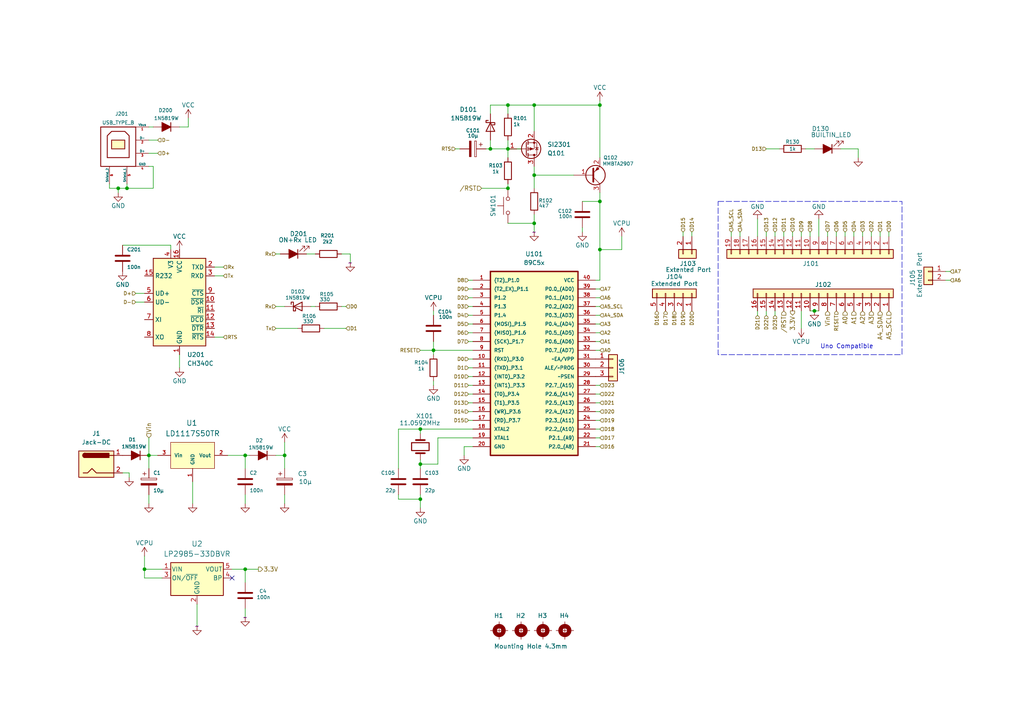
<source format=kicad_sch>
(kicad_sch (version 20231120) (generator "eeschema") (generator_version "8.0")
  (paper "A4")
  (title_block (title "Ardui89 Uno 5X") (date "2025-03-06") (rev "1") (company "C. BARBATO") (comment 1 "A892502"))
  (junction (at 43.18 132.08))
  (junction (at 236.22 90.17))
  (junction (at 125.73 101.6))
  (junction (at 147.32 30.48))
  (junction (at 147.32 43.18))
  (junction (at 173.99 30.48))
  (junction (at 121.92 144.78))
  (junction (at 154.94 64.77))
  (junction (at 173.99 58.42))
  (junction (at 154.94 50.8))
  (junction (at 41.91 165.1))
  (junction (at 71.12 132.08))
  (junction (at 142.24 43.18))
  (junction (at 121.92 134.62))
  (junction (at 82.55 132.08))
  (junction (at 121.92 124.46))
  (junction (at 71.12 165.1))
  (junction (at 34.29 54.61))
  (junction (at 36.83 54.61))
  (junction (at 154.94 30.48))
  (junction (at 173.99 72.39))
  (junction (at 147.32 54.61))
  (no_connect (at 67.31 167.64))
  (wire (pts (xy 71.12 143.51) (xy 71.12 146.05)))
  (wire (pts (xy 43.18 132.08) (xy 43.18 135.89)))
  (wire (pts (xy 125.73 110.49) (xy 125.73 111.76)))
  (wire (pts (xy 198.12 68.58) (xy 198.12 67.31)))
  (wire (pts (xy 154.94 30.48) (xy 173.99 30.48)))
  (wire (pts (xy 173.99 93.98) (xy 172.72 93.98)))
  (wire (pts (xy 132.08 43.18) (xy 133.35 43.18)))
  (wire (pts (xy 115.57 124.46) (xy 121.92 124.46)))
  (wire (pts (xy 242.57 67.31) (xy 242.57 68.58)))
  (wire (pts (xy 173.99 83.82) (xy 172.72 83.82)))
  (wire (pts (xy 252.73 67.31) (xy 252.73 68.58)))
  (wire (pts (xy 135.89 106.68) (xy 137.16 106.68)))
  (wire (pts (xy 173.99 88.9) (xy 172.72 88.9)))
  (wire (pts (xy 173.99 30.48) (xy 173.99 45.72)))
  (wire (pts (xy 154.94 30.48) (xy 154.94 38.1)))
  (wire (pts (xy 173.99 101.6) (xy 172.72 101.6)))
  (wire (pts (xy 121.92 133.35) (xy 121.92 134.62)))
  (wire (pts (xy 39.37 85.09) (xy 41.91 85.09)))
  (wire (pts (xy 41.91 161.29) (xy 41.91 165.1)))
  (wire (pts (xy 240.03 67.31) (xy 240.03 68.58)))
  (wire (pts (xy 173.99 96.52) (xy 172.72 96.52)))
  (wire (pts (xy 43.18 44.45) (xy 45.72 44.45)))
  (wire (pts (xy 121.92 143.51) (xy 121.92 144.78)))
  (wire (pts (xy 37.465 138.43) (xy 37.465 137.16)))
  (wire (pts (xy 219.71 63.5) (xy 219.71 68.58)))
  (wire (pts (xy 90.17 88.9) (xy 91.44 88.9)))
  (wire (pts (xy 250.19 67.31) (xy 250.19 68.58)))
  (wire (pts (xy 62.23 97.79) (xy 64.77 97.79)))
  (wire (pts (xy 36.83 54.61) (xy 44.45 54.61)))
  (wire (pts (xy 147.32 30.48) (xy 147.32 33.02)))
  (wire (pts (xy 233.68 43.18) (xy 236.22 43.18)))
  (wire (pts (xy 41.91 167.64) (xy 41.91 165.1)))
  (wire (pts (xy 219.71 91.44) (xy 219.71 90.17)))
  (wire (pts (xy 43.18 48.26) (xy 44.45 48.26)))
  (wire (pts (xy 125.73 90.17) (xy 125.73 91.44)))
  (wire (pts (xy 247.65 67.31) (xy 247.65 68.58)))
  (wire (pts (xy 121.92 134.62) (xy 121.92 135.89)))
  (wire (pts (xy 80.01 95.25) (xy 86.36 95.25)))
  (wire (pts (xy 245.11 67.31) (xy 245.11 68.58)))
  (wire (pts (xy 147.32 43.18) (xy 151.13 43.18)))
  (wire (pts (xy 71.12 176.53) (xy 71.12 179.07)))
  (wire (pts (xy 101.6 73.66) (xy 99.06 73.66)))
  (wire (pts (xy 121.92 134.62) (xy 127 134.62)))
  (wire (pts (xy 115.57 144.78) (xy 115.57 143.51)))
  (wire (pts (xy 147.32 45.72) (xy 147.32 43.18)))
  (wire (pts (xy 34.29 55.88) (xy 34.29 54.61)))
  (wire (pts (xy 43.18 127) (xy 43.18 132.08)))
  (wire (pts (xy 232.41 67.31) (xy 232.41 68.58)))
  (wire (pts (xy 71.12 132.08) (xy 72.39 132.08)))
  (wire (pts (xy 173.99 99.06) (xy 172.72 99.06)))
  (wire (pts (xy 180.34 72.39) (xy 173.99 72.39)))
  (wire (pts (xy 137.16 114.3) (xy 135.89 114.3)))
  (wire (pts (xy 91.44 73.66) (xy 88.9 73.66)))
  (wire (pts (xy 121.92 144.78) (xy 121.92 147.32)))
  (wire (pts (xy 135.89 93.98) (xy 137.16 93.98)))
  (wire (pts (xy 237.49 63.5) (xy 237.49 68.58)))
  (wire (pts (xy 121.92 124.46) (xy 137.16 124.46)))
  (wire (pts (xy 49.53 71.12) (xy 49.53 72.39)))
  (wire (pts (xy 200.66 68.58) (xy 200.66 67.31)))
  (wire (pts (xy 214.63 67.31) (xy 214.63 68.58)))
  (wire (pts (xy 101.6 73.66) (xy 101.6 76.2)))
  (wire (pts (xy 142.24 30.48) (xy 147.32 30.48)))
  (wire (pts (xy 125.73 101.6) (xy 125.73 102.87)))
  (wire (pts (xy 62.23 77.47) (xy 64.77 77.47)))
  (wire (pts (xy 212.09 67.31) (xy 212.09 68.58)))
  (wire (pts (xy 43.18 36.83) (xy 44.45 36.83)))
  (wire (pts (xy 46.99 167.64) (xy 41.91 167.64)))
  (wire (pts (xy 35.56 71.12) (xy 49.53 71.12)))
  (wire (pts (xy 82.55 135.89) (xy 82.55 132.08)))
  (wire (pts (xy 45.72 40.64) (xy 43.18 40.64)))
  (wire (pts (xy 135.89 104.14) (xy 137.16 104.14)))
  (wire (pts (xy 142.24 33.02) (xy 142.24 30.48)))
  (wire (pts (xy 67.31 165.1) (xy 71.12 165.1)))
  (wire (pts (xy 66.04 132.08) (xy 71.12 132.08)))
  (wire (pts (xy 173.99 55.88) (xy 173.99 58.42)))
  (wire (pts (xy 125.73 99.06) (xy 125.73 101.6)))
  (wire (pts (xy 248.92 45.72) (xy 248.92 43.18)))
  (wire (pts (xy 121.92 144.78) (xy 115.57 144.78)))
  (wire (pts (xy 173.99 121.92) (xy 172.72 121.92)))
  (wire (pts (xy 147.32 30.48) (xy 154.94 30.48)))
  (wire (pts (xy 173.99 114.3) (xy 172.72 114.3)))
  (wire (pts (xy 154.94 50.8) (xy 154.94 54.61)))
  (wire (pts (xy 37.465 137.16) (xy 35.56 137.16)))
  (wire (pts (xy 137.16 116.84) (xy 135.89 116.84)))
  (wire (pts (xy 135.89 86.36) (xy 137.16 86.36)))
  (wire (pts (xy 135.89 81.28) (xy 137.16 81.28)))
  (wire (pts (xy 134.62 129.54) (xy 134.62 132.08)))
  (wire (pts (xy 134.62 129.54) (xy 137.16 129.54)))
  (wire (pts (xy 135.89 99.06) (xy 137.16 99.06)))
  (wire (pts (xy 173.99 29.21) (xy 173.99 30.48)))
  (wire (pts (xy 173.99 81.28) (xy 172.72 81.28)))
  (wire (pts (xy 139.7 54.61) (xy 147.32 54.61)))
  (wire (pts (xy 137.16 127) (xy 127 127)))
  (wire (pts (xy 168.91 66.04) (xy 168.91 67.31)))
  (wire (pts (xy 137.16 121.92) (xy 135.89 121.92)))
  (wire (pts (xy 31.75 54.61) (xy 34.29 54.61)))
  (wire (pts (xy 55.88 146.05) (xy 55.88 139.7)))
  (wire (pts (xy 274.32 81.28) (xy 275.59 81.28)))
  (wire (pts (xy 222.25 68.58) (xy 222.25 67.31)))
  (wire (pts (xy 82.55 88.9) (xy 80.01 88.9)))
  (wire (pts (xy 173.99 86.36) (xy 172.72 86.36)))
  (wire (pts (xy 173.99 129.54) (xy 172.72 129.54)))
  (wire (pts (xy 99.06 88.9) (xy 100.33 88.9)))
  (wire (pts (xy 127 127) (xy 127 134.62)))
  (wire (pts (xy 71.12 165.1) (xy 74.93 165.1)))
  (wire (pts (xy 43.18 132.08) (xy 45.72 132.08)))
  (wire (pts (xy 147.32 54.61) (xy 147.32 53.34)))
  (wire (pts (xy 154.94 64.77) (xy 154.94 67.31)))
  (wire (pts (xy 257.81 67.31) (xy 257.81 68.58)))
  (wire (pts (xy 52.07 102.87) (xy 52.07 106.68)))
  (wire (pts (xy 248.92 43.18) (xy 243.84 43.18)))
  (wire (pts (xy 115.57 135.89) (xy 115.57 124.46)))
  (wire (pts (xy 82.55 128.27) (xy 82.55 132.08)))
  (wire (pts (xy 43.18 143.51) (xy 43.18 146.05)))
  (wire (pts (xy 180.34 68.58) (xy 180.34 72.39)))
  (wire (pts (xy 236.22 90.17) (xy 237.49 90.17)))
  (wire (pts (xy 142.24 43.18) (xy 147.32 43.18)))
  (wire (pts (xy 227.33 68.58) (xy 227.33 67.31)))
  (wire (pts (xy 173.99 119.38) (xy 172.72 119.38)))
  (wire (pts (xy 222.25 91.44) (xy 222.25 90.17)))
  (wire (pts (xy 57.15 175.26) (xy 57.15 181.61)))
  (wire (pts (xy 137.16 88.9) (xy 135.89 88.9)))
  (wire (pts (xy 142.24 40.64) (xy 142.24 43.18)))
  (wire (pts (xy 31.75 53.34) (xy 31.75 54.61)))
  (wire (pts (xy 137.16 119.38) (xy 135.89 119.38)))
  (wire (pts (xy 224.79 68.58) (xy 224.79 67.31)))
  (wire (pts (xy 234.95 90.17) (xy 236.22 90.17)))
  (wire (pts (xy 54.61 34.29) (xy 54.61 36.83)))
  (wire (pts (xy 36.83 53.34) (xy 36.83 54.61)))
  (wire (pts (xy 39.37 87.63) (xy 41.91 87.63)))
  (wire (pts (xy 52.07 36.83) (xy 54.61 36.83)))
  (wire (pts (xy 226.06 43.18) (xy 222.25 43.18)))
  (wire (pts (xy 154.94 48.26) (xy 154.94 50.8)))
  (wire (pts (xy 82.55 143.51) (xy 82.55 146.05)))
  (wire (pts (xy 137.16 111.76) (xy 135.89 111.76)))
  (wire (pts (xy 229.87 67.31) (xy 229.87 68.58)))
  (wire (pts (xy 125.73 101.6) (xy 137.16 101.6)))
  (wire (pts (xy 234.95 67.31) (xy 234.95 68.58)))
  (wire (pts (xy 34.29 54.61) (xy 36.83 54.61)))
  (wire (pts (xy 154.94 50.8) (xy 166.37 50.8)))
  (wire (pts (xy 44.45 48.26) (xy 44.45 54.61)))
  (wire (pts (xy 224.79 91.44) (xy 224.79 90.17)))
  (wire (pts (xy 135.89 83.82) (xy 137.16 83.82)))
  (wire (pts (xy 121.92 101.6) (xy 125.73 101.6)))
  (wire (pts (xy 154.94 62.23) (xy 154.94 64.77)))
  (wire (pts (xy 274.32 78.74) (xy 275.59 78.74)))
  (wire (pts (xy 173.99 58.42) (xy 173.99 72.39)))
  (wire (pts (xy 41.91 165.1) (xy 46.99 165.1)))
  (wire (pts (xy 147.32 64.77) (xy 154.94 64.77)))
  (wire (pts (xy 62.23 80.01) (xy 64.77 80.01)))
  (wire (pts (xy 71.12 132.08) (xy 71.12 135.89)))
  (wire (pts (xy 168.91 58.42) (xy 173.99 58.42)))
  (wire (pts (xy 173.99 116.84) (xy 172.72 116.84)))
  (wire (pts (xy 80.01 73.66) (xy 81.28 73.66)))
  (wire (pts (xy 82.55 132.08) (xy 80.01 132.08)))
  (wire (pts (xy 140.97 43.18) (xy 142.24 43.18)))
  (wire (pts (xy 173.99 127) (xy 172.72 127)))
  (wire (pts (xy 135.89 96.52) (xy 137.16 96.52)))
  (wire (pts (xy 232.41 90.17) (xy 232.41 95.25)))
  (wire (pts (xy 147.32 40.64) (xy 147.32 43.18)))
  (wire (pts (xy 135.89 91.44) (xy 137.16 91.44)))
  (wire (pts (xy 93.98 95.25) (xy 100.33 95.25)))
  (wire (pts (xy 71.12 165.1) (xy 71.12 168.91)))
  (wire (pts (xy 173.99 91.44) (xy 172.72 91.44)))
  (wire (pts (xy 173.99 111.76) (xy 172.72 111.76)))
  (wire (pts (xy 135.89 109.22) (xy 137.16 109.22)))
  (wire (pts (xy 255.27 67.31) (xy 255.27 68.58)))
  (wire (pts (xy 121.92 125.73) (xy 121.92 124.46)))
  (wire (pts (xy 173.99 72.39) (xy 173.99 81.28)))
  (wire (pts (xy 173.99 124.46) (xy 172.72 124.46)))
  (rectangle (start 208.28 58.42) (end 261.62 102.87) (stroke (width 0) (type dash)))
  (text "Uno Compatible" (at 245.618 100.584 0) (effects (font (size 1.27 1.27))))
  (hierarchical_label "A5_SCL" (shape input) (at 173.99 88.9 0) (effects (font (size 1.016 1.016))))
  (hierarchical_label "{slash}RST" (shape input) (at 227.33 90.17 270))
  (hierarchical_label "D7" (shape input) (at 240.03 67.31 90) (effects (font (size 1.016 1.016))))
  (hierarchical_label "D16" (shape input) (at 190.5 90.17 270) (effects (font (size 1.016 1.016))))
  (hierarchical_label "D8" (shape input) (at 234.95 67.31 90) (effects (font (size 1.016 1.016))))
  (hierarchical_label "A3" (shape input) (at 252.73 90.17 270))
  (hierarchical_label "D6" (shape input) (at 242.57 67.31 90) (effects (font (size 1.016 1.016))))
  (hierarchical_label "D14" (shape input) (at 135.89 119.38 180) (effects (font (size 1.016 1.016))))
  (hierarchical_label "D+" (shape input) (at 45.72 44.45 0) (effects (font (size 1.016 1.016))))
  (hierarchical_label "D19" (shape input) (at 198.12 90.17 270) (effects (font (size 1.016 1.016))))
  (hierarchical_label "Tx" (shape input) (at 80.01 95.25 180) (effects (font (size 1.016 1.016))))
  (hierarchical_label "D4" (shape input) (at 247.65 67.31 90) (effects (font (size 1.016 1.016))))
  (hierarchical_label "A6" (shape input) (at 275.59 81.28 0) (effects (font (size 1.016 1.016))))
  (hierarchical_label "D3" (shape input) (at 250.19 67.31 90) (effects (font (size 1.016 1.016))))
  (hierarchical_label "D23" (shape input) (at 173.99 111.76 0) (effects (font (size 1.016 1.016))))
  (hierarchical_label "D23" (shape input) (at 224.79 91.44 270) (effects (font (size 1.016 1.016))))
  (hierarchical_label "D2" (shape input) (at 252.73 67.31 90) (effects (font (size 1.016 1.016))))
  (hierarchical_label "D13" (shape input) (at 222.25 43.18 180) (effects (font (size 1.016 1.016))))
  (hierarchical_label "D10" (shape input) (at 135.89 109.22 180) (effects (font (size 1.016 1.016))))
  (hierarchical_label "D11" (shape input) (at 135.89 111.76 180) (effects (font (size 1.016 1.016))))
  (hierarchical_label "D21" (shape input) (at 173.99 116.84 0) (effects (font (size 1.016 1.016))))
  (hierarchical_label "D+" (shape input) (at 39.37 85.09 180) (effects (font (size 1.016 1.016))))
  (hierarchical_label "D-" (shape input) (at 45.72 40.64 0) (effects (font (size 1.016 1.016))))
  (hierarchical_label "D22" (shape input) (at 173.99 114.3 0) (effects (font (size 1.016 1.016))))
  (hierarchical_label "D9" (shape input) (at 232.41 67.31 90) (effects (font (size 1.016 1.016))))
  (hierarchical_label "D1" (shape input) (at 135.89 106.68 180) (effects (font (size 1.016 1.016))))
  (hierarchical_label "A5_SCL" (shape input) (at 257.81 90.17 270))
  (hierarchical_label "RTS" (shape input) (at 132.08 43.18 180) (effects (font (size 1.016 1.016))))
  (hierarchical_label "{slash}RST" (shape input) (at 139.7 54.61 180))
  (hierarchical_label "D10" (shape input) (at 229.87 67.31 90) (effects (font (size 1.016 1.016))))
  (hierarchical_label "Tx" (shape input) (at 64.77 80.01 0) (effects (font (size 1.016 1.016))))
  (hierarchical_label "A1" (shape input) (at 247.65 90.17 270))
  (hierarchical_label "D12" (shape input) (at 135.89 114.3 180) (effects (font (size 1.016 1.016))))
  (hierarchical_label "D19" (shape input) (at 173.99 121.92 0) (effects (font (size 1.016 1.016))))
  (hierarchical_label "D11" (shape input) (at 227.33 67.31 90) (effects (font (size 1.016 1.016))))
  (hierarchical_label "A7" (shape input) (at 173.99 83.82 0) (effects (font (size 1.016 1.016))))
  (hierarchical_label "D12" (shape input) (at 224.79 67.31 90) (effects (font (size 1.016 1.016))))
  (hierarchical_label "Vin" (shape input) (at 240.03 90.17 270))
  (hierarchical_label "D17" (shape input) (at 173.99 127 0) (effects (font (size 1.016 1.016))))
  (hierarchical_label "D0" (shape input) (at 257.81 67.31 90) (effects (font (size 1.016 1.016))))
  (hierarchical_label "RTS" (shape input) (at 64.77 97.79 0) (effects (font (size 1.016 1.016))))
  (hierarchical_label "A0" (shape input) (at 173.99 101.6 0) (effects (font (size 1.016 1.016))))
  (hierarchical_label "A4_SDA" (shape input) (at 173.99 91.44 0) (effects (font (size 1.016 1.016))))
  (hierarchical_label "D20" (shape input) (at 173.99 119.38 0) (effects (font (size 1.016 1.016))))
  (hierarchical_label "D9" (shape input) (at 135.89 83.82 180) (effects (font (size 1.016 1.016))))
  (hierarchical_label "D0" (shape input) (at 100.33 88.9 0) (effects (font (size 1.016 1.016))))
  (hierarchical_label "D7" (shape input) (at 135.89 99.06 180) (effects (font (size 1.016 1.016))))
  (hierarchical_label "D1" (shape input) (at 100.33 95.25 0) (effects (font (size 1.016 1.016))))
  (hierarchical_label "D13" (shape input) (at 222.25 67.31 90) (effects (font (size 1.016 1.016))))
  (hierarchical_label "3.3V" (shape output) (at 74.93 165.1 0))
  (hierarchical_label "3.3V" (shape output) (at 229.87 90.17 270))
  (hierarchical_label "D21" (shape input) (at 219.71 91.44 270) (effects (font (size 1.016 1.016))))
  (hierarchical_label "A0" (shape input) (at 245.11 90.17 270))
  (hierarchical_label "D16" (shape input) (at 173.99 129.54 0) (effects (font (size 1.016 1.016))))
  (hierarchical_label "D1" (shape input) (at 255.27 67.31 90) (effects (font (size 1.016 1.016))))
  (hierarchical_label "A5_SCL" (shape input) (at 212.09 67.31 90) (effects (font (size 1.016 1.016))))
  (hierarchical_label "RESET" (shape input) (at 242.57 90.17 270) (effects (font (size 1.016 1.016))))
  (hierarchical_label "A4_SDA" (shape input) (at 214.63 67.31 90) (effects (font (size 1.016 1.016))))
  (hierarchical_label "D20" (shape input) (at 200.66 90.17 270) (effects (font (size 1.016 1.016))))
  (hierarchical_label "A2" (shape input) (at 250.19 90.17 270))
  (hierarchical_label "D18" (shape input) (at 195.58 90.17 270) (effects (font (size 1.016 1.016))))
  (hierarchical_label "D6" (shape input) (at 135.89 96.52 180) (effects (font (size 1.016 1.016))))
  (hierarchical_label "D5" (shape input) (at 135.89 93.98 180) (effects (font (size 1.016 1.016))))
  (hierarchical_label "D5" (shape input) (at 245.11 67.31 90) (effects (font (size 1.016 1.016))))
  (hierarchical_label "A1" (shape input) (at 173.99 99.06 0) (effects (font (size 1.016 1.016))))
  (hierarchical_label "Rx" (shape input) (at 64.77 77.47 0) (effects (font (size 1.016 1.016))))
  (hierarchical_label "D2" (shape input) (at 135.89 86.36 180) (effects (font (size 1.016 1.016))))
  (hierarchical_label "D3" (shape input) (at 135.89 88.9 180) (effects (font (size 1.016 1.016))))
  (hierarchical_label "D18" (shape input) (at 173.99 124.46 0) (effects (font (size 1.016 1.016))))
  (hierarchical_label "Vin" (shape input) (at 43.18 127 90))
  (hierarchical_label "D17" (shape input) (at 193.04 90.17 270) (effects (font (size 1.016 1.016))))
  (hierarchical_label "D8" (shape input) (at 135.89 81.28 180) (effects (font (size 1.016 1.016))))
  (hierarchical_label "D15" (shape input) (at 198.12 67.31 90) (effects (font (size 1.016 1.016))))
  (hierarchical_label "A3" (shape input) (at 173.99 93.98 0) (effects (font (size 1.016 1.016))))
  (hierarchical_label "D22" (shape input) (at 222.25 91.44 270) (effects (font (size 1.016 1.016))))
  (hierarchical_label "D15" (shape input) (at 135.89 121.92 180) (effects (font (size 1.016 1.016))))
  (hierarchical_label "D13" (shape input) (at 135.89 116.84 180) (effects (font (size 1.016 1.016))))
  (hierarchical_label "Rx" (shape input) (at 80.01 73.66 180) (effects (font (size 1.016 1.016))))
  (hierarchical_label "D14" (shape input) (at 200.66 67.31 90) (effects (font (size 1.016 1.016))))
  (hierarchical_label "A7" (shape input) (at 275.59 78.74 0) (effects (font (size 1.016 1.016))))
  (hierarchical_label "Rx" (shape input) (at 80.01 88.9 180) (effects (font (size 1.016 1.016))))
  (hierarchical_label "A6" (shape input) (at 173.99 86.36 0) (effects (font (size 1.016 1.016))))
  (hierarchical_label "D-" (shape input) (at 39.37 87.63 180) (effects (font (size 1.016 1.016))))
  (hierarchical_label "A2" (shape input) (at 173.99 96.52 0) (effects (font (size 1.016 1.016))))
  (hierarchical_label "A4_SDA" (shape input) (at 255.27 90.17 270))
  (hierarchical_label "D4" (shape input) (at 135.89 91.44 180) (effects (font (size 1.016 1.016))))
  (hierarchical_label "RESET" (shape input) (at 121.92 101.6 180) (effects (font (size 1.016 1.016))))
  (hierarchical_label "D0" (shape input) (at 135.89 104.14 180) (effects (font (size 1.016 1.016))))
  (symbol (lib_id "Connector_Generic:Conn_01x02") (at 200.66 73.66 270) (unit 1)
    (property "Reference" "J103" (at 197.104 76.454 90) (effects (justify left)))
    (property "Value" "Extented Port" (at 193.04 78.232 90) (effects (justify left)))
    (property "Footprint" "Connector_PinSocket_2.54mm:PinSocket_1x02_P2.54mm_Vertical" (effects (hide yes)))
    (property "Description" "Generic connector, single row, 01x02, script generated (kicad-library-utils/schlib/autogen/connector/)" (effects (hide yes)))
  )
  (symbol (lib_id "power:GND") (at 134.62 132.08 0) (unit 1)
    (property "Reference" "#PWR0202" (effects (hide yes)))
    (property "Value" "GND" (at 134.62 135.89 0))
  )
  (symbol (lib_id "power:VCC") (at 173.99 29.21 0) (unit 1)
    (property "Reference" "#PWR0102" (effects (hide yes)))
    (property "Value" "VCC" (at 173.99 25.4 0))
  )
  (symbol (lib_id "Connector_Generic:Conn_01x05") (at 195.58 85.09 270) (mirror x) (unit 1)
    (property "Reference" "J104" (at 195.58 80.264 90))
    (property "Value" "Extended Port" (at 195.58 82.296 90))
    (property "Footprint" "Connector_PinSocket_2.54mm:PinSocket_1x05_P2.54mm_Vertical" (effects (hide yes)))
    (property "Description" "Generic connector, single row, 01x05, script generated (kicad-library-utils/schlib/autogen/connector/)" (effects (hide yes)))
  )
  (symbol (lib_name "MountingHole_1") (lib_id "Mechanical:MountingHole") (at 157.48 182.88 0) (unit 1)
    (property "Reference" "H3" (at 155.956 178.562 0) (effects (justify left)))
    (property "Value" "MountingHole" (effects (hide yes)))
    (property "Footprint" "MountingHole:MountingHole_4.3mm_M4_DIN965" (effects (hide yes)))
  )
  (symbol (lib_id "Device:C_Polarized") (at 137.16 43.18 270) (unit 1)
    (property "Reference" "C101" (at 135.128 37.846 90) (effects (font (size 1.016 1.016)) (justify left)))
    (property "Value" "10µ" (at 135.636 39.37 90) (effects (font (size 1.016 1.016)) (justify left)))
    (property "Footprint" "BACKCIEL:C_1206_POL_3216Metric_Pad1.33x1.80mm_HandSolder" (effects (hide yes)))
  )
  (symbol (lib_id "Device:C") (at 71.12 172.72 0) (unit 1)
    (property "Reference" "C4" (at 75.184 171.45 0) (effects (font (size 1.016 1.016)) (justify left)))
    (property "Value" "100n" (at 74.422 173.228 0) (effects (font (size 1.016 1.016)) (justify left)))
    (property "Footprint" "Capacitor_SMD:C_1206_3216Metric_Pad1.33x1.80mm_HandSolder" (effects (hide yes)))
    (property "Datasheet" "http://product.tdk.com/en/catalog/datasheets/mlcc_commercial_general_en.pdf" (effects (hide yes)))
    (property "Description" "2.2uF 3V3 LDO Output Cap" (effects (hide yes)))
    (property "Characteristics" "CAP CER 2.2UF 16V X7R 0805" (effects (hide yes)))
    (property "MFN" "TDK Corporation" (effects (hide yes)))
    (property "Package ID" "SMD_0805" (effects (hide yes)))
    (property "Source" "ANY" (effects (hide yes)))
    (property "Critical" "Y" (effects (hide yes)))
    (property "Subsystem" "Voltage_Mgmt" (effects (hide yes)))
    (property "Notes" "Must be between 0.001 and 1Ω ESR" (effects (hide yes)))
    (property "MPN" "C2012X7R1C225K125AB" (effects (hide yes)))
  )
  (symbol (lib_id "Transistor_FET:Si2319CDS") (at 152.4 43.18 0) (mirror x) (unit 1)
    (property "Reference" "Q101" (at 158.75 44.4501 0) (effects (justify left)))
    (property "Value" "SI2301" (at 158.75 41.9101 0) (effects (justify left)))
    (property "Footprint" "Package_TO_SOT_SMD:SOT-23" (effects (hide yes)))
    (property "Datasheet" "http://www.vishay.com/docs/66709/si2319cd.pdf" (effects (hide yes)))
    (property "Description" "-4.4A Id, -40V Vds, P-Channel MOSFET, SOT-23" (effects (hide yes)))
  )
  (symbol (lib_id "Device:R") (at 229.87 43.18 270) (unit 1)
    (property "Reference" "R130" (at 229.87 41.148 90) (effects (font (size 1.016 1.016))))
    (property "Value" "1k" (at 229.87 43.18 90) (effects (font (size 1.016 1.016))))
    (property "Footprint" "Resistor_SMD:R_1206_3216Metric_Pad1.30x1.75mm_HandSolder" (effects (hide yes)))
    (property "Datasheet" "http://www.yageo.com/pdf/Pu-RC0805_51_PbFree_L_2.pdf" (effects (hide yes)))
    (property "Description" "Power On LED Resistor" (effects (hide yes)))
    (property "Characteristics" "RESISTOR, METAL GLAZE/THICK FILM, 0.125W, 1%, 100ppm, 510ohm, SURFACE MOUNT, 0805" (effects (hide yes)))
    (property "MFN" "Yageo" (effects (hide yes)))
    (property "Package ID" "SMD_0805" (effects (hide yes)))
    (property "Source" "ANY" (effects (hide yes)))
    (property "Critical" "N" (effects (hide yes)))
    (property "Subsystem" "Voltage_Reg" (effects (hide yes)))
    (property "MPN" "RC0805FR-07510RL" (effects (hide yes)))
  )
  (symbol (lib_id "power:VCC") (at 54.61 34.29 0) (unit 1)
    (property "Reference" "#PWR01" (effects (hide yes)))
    (property "Value" "VCC" (at 54.61 30.48 0))
  )
  (symbol (lib_id "power:GND") (at 168.91 67.31 0) (unit 1)
    (property "Reference" "#PWR021" (effects (hide yes)))
    (property "Value" "GND" (at 168.91 71.12 0))
  )
  (symbol (lib_id "Arduino_Uno_R3_From_Scratch-rescue:GND-power") (at 154.94 67.31 0) (unit 1)
    (property "Reference" "#PWR0104" (effects (hide yes)))
    (property "Value" "GND" (effects (hide yes)))
    (property "Footprint" "~" (at 154.94 67.31 0) (effects (font (size 1.524 1.524))))
    (property "Datasheet" "~" (at 154.94 67.31 0) (effects (font (size 1.524 1.524))))
    (property "Source" "ANY" (effects (hide yes)))
    (property "Critical" "N" (effects (hide yes)))
  )
  (symbol (lib_id "Arduino_Uno_R3_From_Scratch-rescue:GND-power") (at 71.12 179.07 0) (unit 1)
    (property "Reference" "#PWR017" (effects (hide yes)))
    (property "Value" "GND" (effects (hide yes)))
    (property "Footprint" "~" (at 71.12 179.07 0) (effects (font (size 1.524 1.524))))
    (property "Datasheet" "~" (at 71.12 179.07 0) (effects (font (size 1.524 1.524))))
    (property "Source" "ANY" (effects (hide yes)))
    (property "Critical" "N" (effects (hide yes)))
  )
  (symbol (lib_id "Arduino_Uno_R3_From_Scratch:USB_TYPE_B") (at 34.29 41.91 0) (unit 1)
    (property "Reference" "J201" (at 35.306 33.02 0) (effects (font (size 1.016 1.016))))
    (property "Value" "USB_TYPE_B" (at 34.29 35.56 0) (effects (font (size 1.016 1.016))))
    (property "Footprint" "Connector_USB:USB_B_Lumberg_2411_02_Horizontal" (effects (hide yes)))
    (property "Datasheet" "http://images.ihscontent.net/vipimages/VipMasterIC/IC/TYEL/TYELS17825/TYELS17825-1.pdf" (effects (hide yes)))
    (property "Description" "USB Type-B Connector" (effects (hide yes)))
    (property "Characteristics" "4 CONTACT(S), FEMALE, RIGHT ANGLE USB TYPE-B CONNECTOR" (effects (hide yes)))
    (property "MFN" "TE Connectivity" (effects (hide yes)))
    (property "Package ID" "PTH" (effects (hide yes)))
    (property "Source" "ANY" (effects (hide yes)))
    (property "Critical" "Y" (effects (hide yes)))
    (property "Subsystem" "USB_Cnxn" (effects (hide yes)))
    (property "Notes" "Must match footprint" (effects (hide yes)))
    (property "MPN" "292304-1" (effects (hide yes)))
  )
  (symbol (lib_id "power:VCC") (at 52.07 72.39 0) (unit 1)
    (property "Reference" "#PWR0204" (effects (hide yes)))
    (property "Value" "VCC" (at 52.07 68.58 0))
  )
  (symbol (lib_id "Device:C_Polarized") (at 43.18 139.7 0) (unit 1)
    (property "Reference" "C1" (at 44.45 137.16 0) (effects (font (size 1.016 1.016)) (justify left)))
    (property "Value" "10µ" (at 44.45 142.24 0) (effects (font (size 1.016 1.016)) (justify left)))
    (property "Footprint" "BACKCIEL:C_1206_POL_3216Metric_Pad1.33x1.80mm_HandSolder" (effects (hide yes)))
    (property "Datasheet" "http://images.ihscontent.net/vipimages/VipMasterIC/IC/BEYS/BEYSS04513/BEYSS04513-1.pdf" (effects (hide yes)))
    (property "Description" "47uF Low ESR LDO Input Cap" (effects (hide yes)))
    (property "Characteristics" "CAPACITOR, ALUMINUM ELECTROLYTIC, NON SOLID, POLARIZED, 50 V, 47 uF, SURFACE MOUNT, 3131, CHIP, ROHS COMPLIANT" (effects (hide yes)))
    (property "MFN" "Vishay" (effects (hide yes)))
    (property "Package ID" "SMD 5.0 x 5.0 x 5.3" (effects (hide yes)))
    (property "Source" "ANY" (effects (hide yes)))
    (property "Critical" "N" (effects (hide yes)))
    (property "Subsystem" "Voltage_Reg" (effects (hide yes)))
    (property "Notes" "ESR must fall between 0.33Ω and 22Ω" (effects (hide yes)))
    (property "MPN" "MAL215371479E3" (effects (hide yes)))
  )
  (symbol (lib_id "Connector_Generic:Conn_01x16") (at 240.03 85.09 270) (mirror x) (unit 1)
    (property "Reference" "J102" (at 238.76 82.55 90))
    (property "Value" "Conn_01x16" (effects (hide yes)))
    (property "Footprint" "BACKCIEL:Ardu89_Uno_Analog_Power_Connector" (effects (hide yes)))
    (property "Description" "Generic connector, single row, 01x16, script generated (kicad-library-utils/schlib/autogen/connector/)" (effects (hide yes)))
  )
  (symbol (lib_id "power:GND") (at 82.55 146.05 0) (unit 1)
    (property "Reference" "#PWR0101" (effects (hide yes)))
    (property "Value" "GND" (effects (hide yes)))
  )
  (symbol (lib_id "BACKCIEL:89C5x") (at 154.94 111.76 0) (unit 1)
    (property "Reference" "U101" (at 154.94 73.66 0))
    (property "Value" "89C5x" (at 154.94 76.2 0))
    (property "Footprint" "Package_DIP:DIP-40_W15.24mm_Socket_LongPads" (effects (hide yes)))
    (property "MF" "Cyril BARBATO" (effects (hide yes)))
    (property "Description_1" "\n8051 series Microcontroller IC 8-Bit 24MHz 8KB (8K x 8) FLASH 40-PDIP\n" (effects (hide yes)))
    (property "Package" "DIP-40" (effects (hide yes)))
    (property "Price" "None" (effects (hide yes)))
    (property "Check_prices" "https://www.snapeda.com/parts/AT89S5224PC/Microchip/view-part/?ref=eda" (effects (hide yes)))
    (property "SnapEDA_Link" "https://www.snapeda.com/parts/AT89S5224PC/Microchip/view-part/?ref=snap" (effects (hide yes)))
    (property "MP" "89C5x" (effects (hide yes)))
    (property "Availability" "In Stock" (effects (hide yes)))
    (property "Purchase-URL" "https://pricing.snapeda.com/search?q=AT89S52-24PC&ref=eda" (effects (hide yes)))
  )
  (symbol (lib_id "Device:C") (at 168.91 62.23 0) (unit 1)
    (property "Reference" "C102" (at 161.798 61.214 0) (effects (font (size 1.016 1.016)) (justify left)))
    (property "Value" "100n" (at 162.052 62.738 0) (effects (font (size 1.016 1.016)) (justify left)))
    (property "Footprint" "Capacitor_SMD:C_1206_3216Metric_Pad1.33x1.80mm_HandSolder" (effects (hide yes)))
    (property "Datasheet" "http://images.ihscontent.net/vipimages/VipMasterIC/IC/KEME/KEMES10043/KEMES10043-1.pdf" (effects (hide yes)))
    (property "Description" "ATMEGA328P VCC and AVCC Bypass Cap" (effects (hide yes)))
    (property "Characteristics" "CAPACITOR, CERAMIC, MULTILAYER, 100 V, X7R, 0.1 uF, SURFACE MOUNT, 0805, CHIP, ROHS COMPLIANT" (effects (hide yes)))
    (property "MFN" "Kemet" (effects (hide yes)))
    (property "Package ID" "SMD_0805" (effects (hide yes)))
    (property "Source" "ANY" (effects (hide yes)))
    (property "Critical" "N" (effects (hide yes)))
    (property "Subsystem" "328P_Sub" (effects (hide yes)))
    (property "MPN" "C0805C104K1RACAUTO" (effects (hide yes)))
  )
  (symbol (lib_id "Interface_USB:CH340G") (at 52.07 87.63 0) (unit 1)
    (property "Reference" "U201" (at 54.2641 102.87 0) (effects (justify left)))
    (property "Value" "CH340C" (at 54.2641 105.41 0) (effects (justify left)))
    (property "Footprint" "Package_SO:SOIC-16_3.9x9.9mm_P1.27mm" (effects (hide yes)))
    (property "Datasheet" "http://www.datasheet5.com/pdf-local-2195953" (effects (hide yes)))
  )
  (symbol (lib_id "Diode:1N5819") (at 142.24 36.83 90) (mirror x) (unit 1)
    (property "Reference" "D101" (at 138.43 31.75 90) (effects (justify left)))
    (property "Value" "1N5819W" (at 139.7 34.29 90) (effects (justify left)))
    (property "Footprint" "Diode_SMD:D_1206_3216Metric_Pad1.42x1.75mm_HandSolder" (effects (hide yes)))
    (property "Datasheet" "http://www.vishay.com/docs/88525/1n5817.pdf" (effects (hide yes)))
    (property "Description" "40V 1A Schottky Barrier Rectifier Diode, DO-41" (effects (hide yes)))
  )
  (symbol (lib_id "Device:LED_Filled") (at 240.03 43.18 180) (unit 1)
    (property "Reference" "D130" (at 237.998 37.338 0))
    (property "Value" "BUILTIN_LED" (at 241.046 39.116 0))
    (property "Footprint" "Diode_SMD:D_1206_3216Metric_Pad1.42x1.75mm_HandSolder" (effects (hide yes)))
    (property "Datasheet" "http://www.osram-os.com/Graphics/XPic9/00078860_0.pdf" (effects (hide yes)))
    (property "Description" "Power On Green LED" (effects (hide yes)))
    (property "Characteristics" "LED CHIPLED 570NM GREEN" (effects (hide yes)))
    (property "MFN" "OSRAM Opto" (effects (hide yes)))
    (property "Package ID" "SMD_0805" (effects (hide yes)))
    (property "Source" "ANY" (effects (hide yes)))
    (property "Critical" "N" (effects (hide yes)))
    (property "Subsystem" "Voltage_Reg" (effects (hide yes)))
    (property "MPN" "LG R971-KN-1" (effects (hide yes)))
  )
  (symbol (lib_id "Device:D_Filled") (at 76.2 132.08 180) (unit 1)
    (property "Reference" "D2" (at 75.184 127.762 0) (effects (font (size 1.016 1.016))))
    (property "Value" "1N5819W" (at 75.692 129.794 0) (effects (font (size 1.016 1.016))))
    (property "Footprint" "Diode_SMD:D_1206_3216Metric_Pad1.42x1.75mm_HandSolder" (effects (hide yes)))
    (property "Datasheet" "http://www.onsemi.com/pub_link/Collateral/MRA4003T3-D.PDF" (effects (hide yes)))
    (property "Description" "Reverse Voltage Protection Diode" (effects (hide yes)))
    (property "Characteristics" "1A, 1000V, SILICON, SIGNAL DIODE, ROHS COMPLIANT, COMPACT, PLASTIC, CASE 403D-02, SMA, 2 PIN" (effects (hide yes)))
    (property "MFN" "ON Semi" (effects (hide yes)))
    (property "Package ID" "R-PDSO-J2" (effects (hide yes)))
    (property "Source" "ANY" (effects (hide yes)))
    (property "Critical" "N" (effects (hide yes)))
    (property "Subsystem" "Voltage_Reg" (effects (hide yes)))
    (property "MPN" "MRA4007T3G" (effects (hide yes)))
  )
  (symbol (lib_name "GND_14") (lib_id "power:GND") (at 34.29 55.88 0) (unit 1)
    (property "Reference" "#PWR014" (effects (hide yes)))
    (property "Value" "GND" (at 34.29 59.69 0))
  )
  (symbol (lib_name "MountingHole_1") (lib_id "Mechanical:MountingHole") (at 151.13 182.88 0) (unit 1)
    (property "Reference" "H2" (at 149.606 178.562 0) (effects (justify left)))
    (property "Value" "MountingHole" (effects (hide yes)))
    (property "Footprint" "MountingHole:MountingHole_4.3mm_M4_DIN965" (effects (hide yes)))
    (property "Datasheet" "  (layer \"F.Cu\")" (effects (hide yes)))
  )
  (symbol (lib_id "power:VCC") (at 82.55 128.27 0) (unit 1)
    (property "Reference" "#PWR011" (effects (hide yes)))
    (property "Value" "VCC" (at 82.55 124.46 0))
  )
  (symbol (lib_id "Device:R") (at 125.73 106.68 180) (unit 1)
    (property "Reference" "R104" (at 122.174 105.156 0) (effects (font (size 1.016 1.016))))
    (property "Value" "1k" (at 122.174 106.934 0) (effects (font (size 1.016 1.016))))
    (property "Footprint" "Resistor_SMD:R_1206_3216Metric_Pad1.30x1.75mm_HandSolder" (effects (hide yes)))
    (property "Datasheet" "http://images.ihscontent.net/vipimages/VipMasterIC/IC/VISH/VISHS75859/VISHS75859-1.pdf" (effects (hide yes)))
    (property "Description" "ATMEGA328P 10K ICSP Pull Up" (effects (hide yes)))
    (property "Characteristics" "RESISTOR, METAL GLAZE/THICK FILM, 0.125W, 5%, 200ppm, 10000ohm, SURFACE MOUNT, 0805" (effects (hide yes)))
    (property "MFN" "Vishay" (effects (hide yes)))
    (property "Package ID" "SMD_0805" (effects (hide yes)))
    (property "Source" "ANY" (effects (hide yes)))
    (property "Critical" "N" (effects (hide yes)))
    (property "Subsystem" "328P_Sub" (effects (hide yes)))
    (property "MPN" "CRCW080510K0JNEA" (effects (hide yes)))
  )
  (symbol (lib_id "Arduino_Uno_R3_From_Scratch-rescue:GND-power") (at 55.88 146.05 0) (unit 1)
    (property "Reference" "#PWR07" (effects (hide yes)))
    (property "Value" "GND" (effects (hide yes)))
    (property "Source" "ANY" (effects (hide yes)))
    (property "Critical" "N" (effects (hide yes)))
  )
  (symbol (lib_id "MFN_STMicro:LD1117S50TR") (at 55.88 132.08 0) (unit 1)
    (property "Reference" "U1" (at 55.626 122.682 0) (effects (font (size 1.524 1.524))))
    (property "Value" "LD1117S50TR" (at 55.88 125.73 0) (effects (font (size 1.524 1.524))))
    (property "Footprint" "PRJ:SOT230P700X180-4N" (effects (hide yes)))
    (property "Datasheet" "http://www.st.com/st-web-ui/static/active/en/resource/technical/document/datasheet/CD00000544.pdf" (effects (hide yes)))
    (property "Description" "5V Fixed LDO" (effects (hide yes)))
    (property "Characteristics" "5 V FIXED POSITIVE LDO REGULATOR, 1.2 V DROPOUT, PDSO3, ROHS COMPLIANT, SOT-223, 4 PIN" (effects (hide yes)))
    (property "MFN" "STMicroelectronics" (effects (hide yes)))
    (property "Package ID" "SOT-223" (effects (hide yes)))
    (property "Source" "Any" (effects (hide yes)))
    (property "Critical" "N" (effects (hide yes)))
    (property "Subsystem" "Voltage_Reg" (effects (hide yes)))
    (property "MPN" "LD1117S50TR" (effects (hide yes)))
  )
  (symbol (lib_id "Device:R") (at 147.32 36.83 0) (unit 1)
    (property "Reference" "R101" (at 150.876 34.29 0) (effects (font (size 1.016 1.016))))
    (property "Value" "1k" (at 149.86 36.068 0) (effects (font (size 1.016 1.016))))
    (property "Footprint" "Resistor_SMD:R_1206_3216Metric_Pad1.30x1.75mm_HandSolder" (effects (hide yes)))
    (property "Datasheet" "http://www.yageo.com/pdf/Pu-RC0805_51_PbFree_L_2.pdf" (effects (hide yes)))
    (property "Description" "Power On LED Resistor" (effects (hide yes)))
    (property "Characteristics" "RESISTOR, METAL GLAZE/THICK FILM, 0.125W, 1%, 100ppm, 510ohm, SURFACE MOUNT, 0805" (effects (hide yes)))
    (property "MFN" "Yageo" (effects (hide yes)))
    (property "Package ID" "SMD_0805" (effects (hide yes)))
    (property "Source" "ANY" (effects (hide yes)))
    (property "Critical" "N" (effects (hide yes)))
    (property "Subsystem" "Voltage_Reg" (effects (hide yes)))
    (property "MPN" "RC0805FR-07510RL" (effects (hide yes)))
  )
  (symbol (lib_id "power:GND") (at 219.71 63.5 180) (unit 1)
    (property "Reference" "#PWR04" (effects (hide yes)))
    (property "Value" "GND" (at 219.71 59.944 0))
  )
  (symbol (lib_id "power:VCC") (at 232.41 95.25 180) (unit 1)
    (property "Reference" "#PWR02" (effects (hide yes)))
    (property "Value" "VCPU" (at 232.41 99.06 0))
  )
  (symbol (lib_id "power:GND") (at 237.49 63.5 180) (unit 1)
    (property "Reference" "#PWR0107" (effects (hide yes)))
    (property "Value" "GND" (at 237.49 59.944 0))
  )
  (symbol (lib_id "Device:C") (at 71.12 139.7 0) (unit 1)
    (property "Reference" "C2" (at 72.39 137.16 0) (effects (font (size 1.016 1.016)) (justify left)))
    (property "Value" "100n" (at 72.39 142.24 0) (effects (font (size 1.016 1.016)) (justify left)))
    (property "Footprint" "Capacitor_SMD:C_1206_3216Metric_Pad1.33x1.80mm_HandSolder" (effects (hide yes)))
    (property "Datasheet" "http://images.ihscontent.net/vipimages/VipMasterIC/IC/KEME/KEMES10043/KEMES10043-1.pdf" (effects (hide yes)))
    (property "Description" "LDO Bypass Cap" (effects (hide yes)))
    (property "Characteristics" "CAPACITOR, CERAMIC, MULTILAYER, 100 V, X7R, 0.1 uF, SURFACE MOUNT, 0805, CHIP, ROHS COMPLIANT" (effects (hide yes)))
    (property "MFN" "Kemet" (effects (hide yes)))
    (property "Package ID" "SMD_0805" (effects (hide yes)))
    (property "Source" "ANY" (effects (hide yes)))
    (property "Critical" "N" (effects (hide yes)))
    (property "Subsystem" "Voltage_Reg" (effects (hide yes)))
    (property "MPN" "C0805C104K1RACAUTO" (effects (hide yes)))
  )
  (symbol (lib_id "Device:D_Filled") (at 39.37 132.08 180) (unit 1)
    (property "Reference" "D1" (at 38.354 127.508 0) (effects (font (size 1.016 1.016))))
    (property "Value" "1N5819W" (at 38.862 129.54 0) (effects (font (size 1.016 1.016))))
    (property "Footprint" "Diode_SMD:D_1206_3216Metric_Pad1.42x1.75mm_HandSolder" (effects (hide yes)))
    (property "Datasheet" "http://www.onsemi.com/pub_link/Collateral/MRA4003T3-D.PDF" (effects (hide yes)))
    (property "Description" "Reverse Voltage Protection Diode" (effects (hide yes)))
    (property "Characteristics" "1A, 1000V, SILICON, SIGNAL DIODE, ROHS COMPLIANT, COMPACT, PLASTIC, CASE 403D-02, SMA, 2 PIN" (effects (hide yes)))
    (property "MFN" "ON Semi" (effects (hide yes)))
    (property "Package ID" "R-PDSO-J2" (effects (hide yes)))
    (property "Source" "ANY" (effects (hide yes)))
    (property "Critical" "N" (effects (hide yes)))
    (property "Subsystem" "Voltage_Reg" (effects (hide yes)))
    (property "MPN" "MRA4007T3G" (effects (hide yes)))
  )
  (symbol (lib_id "Device:R") (at 147.32 49.53 180) (unit 1)
    (property "Reference" "R103" (at 143.764 48.006 0) (effects (font (size 1.016 1.016))))
    (property "Value" "1k" (at 143.764 49.784 0) (effects (font (size 1.016 1.016))))
    (property "Footprint" "Resistor_SMD:R_1206_3216Metric_Pad1.30x1.75mm_HandSolder" (effects (hide yes)))
    (property "Datasheet" "http://images.ihscontent.net/vipimages/VipMasterIC/IC/VISH/VISHS75859/VISHS75859-1.pdf" (effects (hide yes)))
    (property "Description" "ATMEGA328P 10K ICSP Pull Up" (effects (hide yes)))
    (property "Characteristics" "RESISTOR, METAL GLAZE/THICK FILM, 0.125W, 5%, 200ppm, 10000ohm, SURFACE MOUNT, 0805" (effects (hide yes)))
    (property "MFN" "Vishay" (effects (hide yes)))
    (property "Package ID" "SMD_0805" (effects (hide yes)))
    (property "Source" "ANY" (effects (hide yes)))
    (property "Critical" "N" (effects (hide yes)))
    (property "Subsystem" "328P_Sub" (effects (hide yes)))
    (property "MPN" "CRCW080510K0JNEA" (effects (hide yes)))
  )
  (symbol (lib_id "power:GND") (at 236.22 90.17 0) (unit 1)
    (property "Reference" "#PWR03" (effects (hide yes)))
    (property "Value" "GND" (at 236.22 93.98 0))
  )
  (symbol (lib_id "Device:C") (at 121.92 139.7 0) (unit 1)
    (property "Reference" "C103" (at 123.19 137.16 0) (effects (font (size 1.016 1.016)) (justify left)))
    (property "Value" "22p" (at 123.19 142.24 0) (effects (font (size 1.016 1.016)) (justify left)))
    (property "Footprint" "Capacitor_SMD:C_1206_3216Metric_Pad1.33x1.80mm_HandSolder" (effects (hide yes)))
    (property "Datasheet" "http://images.ihscontent.net/vipimages/VipMasterIC/IC/KEME/KEMES10043/KEMES10043-1.pdf" (effects (hide yes)))
    (property "Description" "ATMEGA328P VCC and AVCC Bypass Cap" (effects (hide yes)))
    (property "Characteristics" "CAPACITOR, CERAMIC, MULTILAYER, 100 V, X7R, 0.1 uF, SURFACE MOUNT, 0805, CHIP, ROHS COMPLIANT" (effects (hide yes)))
    (property "MFN" "Kemet" (effects (hide yes)))
    (property "Package ID" "SMD_0805" (effects (hide yes)))
    (property "Source" "ANY" (effects (hide yes)))
    (property "Critical" "N" (effects (hide yes)))
    (property "Subsystem" "328P_Sub" (effects (hide yes)))
    (property "MPN" "C0805C104K1RACAUTO" (effects (hide yes)))
  )
  (symbol (lib_id "Connector_Generic:Conn_01x19") (at 234.95 73.66 270) (unit 1)
    (property "Reference" "J101" (at 235.204 76.454 90))
    (property "Value" "Conn_01x19" (effects (hide yes)))
    (property "Footprint" "BACKCIEL:Ardu89_Uno_Digital_Connector" (effects (hide yes)))
    (property "Description" "Generic connector, single row, 01x19, script generated (kicad-library-utils/schlib/autogen/connector/)" (effects (hide yes)))
  )
  (symbol (lib_id "Device:R") (at 95.25 73.66 270) (unit 1)
    (property "Reference" "R201" (at 94.996 68.326 90) (effects (font (size 1.016 1.016))))
    (property "Value" "2k2" (at 94.996 70.104 90) (effects (font (size 1.016 1.016))))
    (property "Footprint" "Resistor_SMD:R_1206_3216Metric_Pad1.30x1.75mm_HandSolder" (effects (hide yes)))
    (property "Datasheet" "http://www.yageo.com/pdf/Pu-RC0805_51_PbFree_L_2.pdf" (effects (hide yes)))
    (property "Description" "Power On LED Resistor" (effects (hide yes)))
    (property "Characteristics" "RESISTOR, METAL GLAZE/THICK FILM, 0.125W, 1%, 100ppm, 510ohm, SURFACE MOUNT, 0805" (effects (hide yes)))
    (property "MFN" "Yageo" (effects (hide yes)))
    (property "Package ID" "SMD_0805" (effects (hide yes)))
    (property "Source" "ANY" (effects (hide yes)))
    (property "Critical" "N" (effects (hide yes)))
    (property "Subsystem" "Voltage_Reg" (effects (hide yes)))
    (property "MPN" "RC0805FR-07510RL" (effects (hide yes)))
  )
  (symbol (lib_id "Device:LED_Filled") (at 85.09 73.66 180) (unit 1)
    (property "Reference" "D201" (at 86.614 67.818 0))
    (property "Value" "ON+Rx LED" (at 86.36 69.596 0))
    (property "Footprint" "Diode_SMD:D_1206_3216Metric_Pad1.42x1.75mm_HandSolder" (effects (hide yes)))
    (property "Datasheet" "http://www.osram-os.com/Graphics/XPic9/00078860_0.pdf" (effects (hide yes)))
    (property "Description" "Power On Green LED" (effects (hide yes)))
    (property "Characteristics" "LED CHIPLED 570NM GREEN" (effects (hide yes)))
    (property "MFN" "OSRAM Opto" (effects (hide yes)))
    (property "Package ID" "SMD_0805" (effects (hide yes)))
    (property "Source" "ANY" (effects (hide yes)))
    (property "Critical" "N" (effects (hide yes)))
    (property "Subsystem" "Voltage_Reg" (effects (hide yes)))
    (property "MPN" "LG R971-KN-1" (effects (hide yes)))
  )
  (symbol (lib_id "Device:C") (at 125.73 95.25 0) (unit 1)
    (property "Reference" "C104" (at 127 90.424 0) (effects (font (size 1.016 1.016)) (justify left)))
    (property "Value" "100n" (at 127.254 91.948 0) (effects (font (size 1.016 1.016)) (justify left)))
    (property "Footprint" "Capacitor_SMD:C_1206_3216Metric_Pad1.33x1.80mm_HandSolder" (effects (hide yes)))
    (property "Datasheet" "http://images.ihscontent.net/vipimages/VipMasterIC/IC/KEME/KEMES10043/KEMES10043-1.pdf" (effects (hide yes)))
    (property "Description" "ATMEGA328P VCC and AVCC Bypass Cap" (effects (hide yes)))
    (property "Characteristics" "CAPACITOR, CERAMIC, MULTILAYER, 100 V, X7R, 0.1 uF, SURFACE MOUNT, 0805, CHIP, ROHS COMPLIANT" (effects (hide yes)))
    (property "MFN" "Kemet" (effects (hide yes)))
    (property "Package ID" "SMD_0805" (effects (hide yes)))
    (property "Source" "ANY" (effects (hide yes)))
    (property "Critical" "N" (effects (hide yes)))
    (property "Subsystem" "328P_Sub" (effects (hide yes)))
    (property "MPN" "C0805C104K1RACAUTO" (effects (hide yes)))
  )
  (symbol (lib_id "power:GND") (at 121.92 147.32 0) (unit 1)
    (property "Reference" "#PWR0106" (effects (hide yes)))
    (property "Value" "GND" (at 121.92 151.13 0))
  )
  (symbol (lib_id "power:VCC") (at 180.34 68.58 0) (unit 1)
    (property "Reference" "#PWR0105" (effects (hide yes)))
    (property "Value" "VCPU" (at 180.34 64.77 0))
  )
  (symbol (lib_id "Device:Crystal") (at 121.92 129.54 270) (unit 1)
    (property "Reference" "X101" (at 120.65 120.65 90) (effects (justify left)))
    (property "Value" "11.0592MHz" (at 115.824 122.682 90) (effects (justify left)))
    (property "Footprint" "BACKCIEL:Crystal_HC49-U-3PinB_Vertical" (effects (hide yes)))
  )
  (symbol (lib_id "Arduino_Uno_R3_From_Scratch-rescue:GND-power") (at 37.465 138.43 0) (unit 1)
    (property "Reference" "#PWR08" (effects (hide yes)))
    (property "Value" "GND" (effects (hide yes)))
    (property "Source" "ANY" (effects (hide yes)))
    (property "Critical" "N" (effects (hide yes)))
  )
  (symbol (lib_id "Device:C") (at 35.56 74.93 0) (unit 1)
    (property "Reference" "C201" (at 36.83 72.39 0) (effects (font (size 1.016 1.016)) (justify left)))
    (property "Value" "100n" (at 36.83 77.47 0) (effects (font (size 1.016 1.016)) (justify left)))
    (property "Footprint" "Capacitor_SMD:C_1206_3216Metric_Pad1.33x1.80mm_HandSolder" (effects (hide yes)))
    (property "Datasheet" "http://images.ihscontent.net/vipimages/VipMasterIC/IC/KEME/KEMES10043/KEMES10043-1.pdf" (effects (hide yes)))
    (property "Description" "ATMEGA328P VCC and AVCC Bypass Cap" (effects (hide yes)))
    (property "Characteristics" "CAPACITOR, CERAMIC, MULTILAYER, 100 V, X7R, 0.1 uF, SURFACE MOUNT, 0805, CHIP, ROHS COMPLIANT" (effects (hide yes)))
    (property "MFN" "Kemet" (effects (hide yes)))
    (property "Package ID" "SMD_0805" (effects (hide yes)))
    (property "Source" "ANY" (effects (hide yes)))
    (property "Critical" "N" (effects (hide yes)))
    (property "Subsystem" "328P_Sub" (effects (hide yes)))
    (property "MPN" "C0805C104K1RACAUTO" (effects (hide yes)))
  )
  (symbol (lib_id "Device:D_Filled") (at 48.26 36.83 0) (mirror y) (unit 1)
    (property "Reference" "D200" (at 48.006 32.004 0) (effects (font (size 1.016 1.016))))
    (property "Value" "1N5819W" (at 48.26 34.29 0) (effects (font (size 1.016 1.016))))
    (property "Footprint" "Diode_SMD:D_1206_3216Metric_Pad1.42x1.75mm_HandSolder" (effects (hide yes)))
    (property "Datasheet" "http://www.onsemi.com/pub_link/Collateral/MRA4003T3-D.PDF" (effects (hide yes)))
    (property "Description" "Reverse Voltage Protection Diode" (effects (hide yes)))
    (property "Characteristics" "1A, 1000V, SILICON, SIGNAL DIODE, ROHS COMPLIANT, COMPACT, PLASTIC, CASE 403D-02, SMA, 2 PIN" (effects (hide yes)))
    (property "MFN" "ON Semi" (effects (hide yes)))
    (property "Package ID" "R-PDSO-J2" (effects (hide yes)))
    (property "Source" "ANY" (effects (hide yes)))
    (property "Critical" "N" (effects (hide yes)))
    (property "Subsystem" "Voltage_Reg" (effects (hide yes)))
    (property "MPN" "MRA4007T3G" (effects (hide yes)))
  )
  (symbol (lib_id "Device:C") (at 115.57 139.7 0) (unit 1)
    (property "Reference" "C105" (at 110.49 137.16 0) (effects (font (size 1.016 1.016)) (justify left)))
    (property "Value" "22p" (at 111.76 142.24 0) (effects (font (size 1.016 1.016)) (justify left)))
    (property "Footprint" "Capacitor_SMD:C_1206_3216Metric_Pad1.33x1.80mm_HandSolder" (effects (hide yes)))
    (property "Datasheet" "http://images.ihscontent.net/vipimages/VipMasterIC/IC/KEME/KEMES10043/KEMES10043-1.pdf" (effects (hide yes)))
    (property "Description" "ATMEGA328P VCC and AVCC Bypass Cap" (effects (hide yes)))
    (property "Characteristics" "CAPACITOR, CERAMIC, MULTILAYER, 100 V, X7R, 0.1 uF, SURFACE MOUNT, 0805, CHIP, ROHS COMPLIANT" (effects (hide yes)))
    (property "MFN" "Kemet" (effects (hide yes)))
    (property "Package ID" "SMD_0805" (effects (hide yes)))
    (property "Source" "ANY" (effects (hide yes)))
    (property "Critical" "N" (effects (hide yes)))
    (property "Subsystem" "328P_Sub" (effects (hide yes)))
    (property "MPN" "C0805C104K1RACAUTO" (effects (hide yes)))
  )
  (symbol (lib_id "Switch:SW_Push") (at 147.32 59.69 90) (unit 1)
    (property "Reference" "SW101" (at 143.002 56.388 0) (effects (justify right)))
    (property "Value" "SW_Push" (effects (hide yes)))
    (property "Footprint" "Button_Switch_THT:SW_PUSH_6mm" (effects (hide yes)))
    (property "Description" "Push button switch, generic, two pins" (effects (hide yes)))
  )
  (symbol (lib_id "Device:R") (at 95.25 88.9 270) (mirror x) (unit 1)
    (property "Reference" "R105" (at 94.742 85.344 90) (effects (font (size 1.016 1.016))))
    (property "Value" "330" (at 94.234 86.868 90) (effects (font (size 1.016 1.016))))
    (property "Footprint" "Resistor_SMD:R_1206_3216Metric_Pad1.30x1.75mm_HandSolder" (effects (hide yes)))
    (property "Datasheet" "http://images.ihscontent.net/vipimages/VipMasterIC/IC/VISH/VISHS75859/VISHS75859-1.pdf" (effects (hide yes)))
    (property "Description" "ATMEGA328P DTR Pull Down Resistor" (effects (hide yes)))
    (property "Characteristics" "METAL GLAZE/THICK FILM, 0.125W, 5%, 200ppm, 1000ohm, SURFACE MOUNT, 0805," (effects (hide yes)))
    (property "MFN" "Vishay" (effects (hide yes)))
    (property "Package ID" "SMD_0805" (effects (hide yes)))
    (property "Source" "ANY" (effects (hide yes)))
    (property "Critical" "N" (effects (hide yes)))
    (property "Subsystem" "328P_Sub" (effects (hide yes)))
    (property "MPN" "CRCW08051K00JNEA" (effects (hide yes)))
  )
  (symbol (lib_name "GND_3") (lib_id "power:GND") (at 52.07 106.68 0) (unit 1)
    (property "Reference" "#PWR0205" (effects (hide yes)))
    (property "Value" "GND" (at 52.07 110.49 0))
  )
  (symbol (lib_id "Device:C_Polarized") (at 82.55 139.7 0) (unit 1)
    (property "Reference" "C3" (at 86.36 137.414 0) (effects (justify left)))
    (property "Value" "10µ" (at 86.614 139.7 0) (effects (justify left)))
    (property "Footprint" "BACKCIEL:C_1206_POL_3216Metric_Pad1.33x1.80mm_HandSolder" (effects (hide yes)))
  )
  (symbol (lib_name "MountingHole_1") (lib_id "Mechanical:MountingHole") (at 163.83 182.88 0) (unit 1)
    (property "Reference" "H4" (at 162.306 178.562 0) (effects (justify left)))
    (property "Value" "MountingHole" (effects (hide yes)))
    (property "Footprint" "MountingHole:MountingHole_4.3mm_M4_DIN965" (effects (hide yes)))
  )
  (symbol (lib_id "power:GND") (at 35.56 78.74 0) (unit 1)
    (property "Reference" "#PWR0203" (effects (hide yes)))
    (property "Value" "GND" (at 35.56 82.55 0))
  )
  (symbol (lib_id "Arduino_Uno_R3_From_Scratch-rescue:GND-power") (at 71.12 146.05 0) (unit 1)
    (property "Reference" "#PWR010" (effects (hide yes)))
    (property "Value" "GND" (effects (hide yes)))
    (property "Source" "ANY" (effects (hide yes)))
    (property "Critical" "N" (effects (hide yes)))
  )
  (symbol (lib_id "Connector_Generic:Conn_01x02") (at 269.24 78.74 0) (mirror y) (unit 1)
    (property "Reference" "J105" (at 264.668 83.058 90) (effects (justify left)))
    (property "Value" "Extented Port" (at 266.7 86.36 90) (effects (justify left)))
    (property "Footprint" "Connector_PinSocket_2.54mm:PinSocket_1x02_P2.54mm_Vertical" (effects (hide yes)))
    (property "Description" "Generic connector, single row, 01x02, script generated (kicad-library-utils/schlib/autogen/connector/)" (effects (hide yes)))
  )
  (symbol (lib_name "MountingHole_1") (lib_id "Mechanical:MountingHole") (at 144.78 182.88 0) (unit 1)
    (property "Reference" "H1" (at 143.256 178.562 0) (effects (justify left)))
    (property "Value" "Mounting Hole 4.3mm" (at 143.256 187.452 0) (effects (justify left)))
    (property "Footprint" "MountingHole:MountingHole_4.3mm_M4_DIN965" (effects (hide yes)))
  )
  (symbol (lib_id "Arduino_Uno_R3_From_Scratch-rescue:GND-power") (at 248.92 45.72 0) (unit 1)
    (property "Reference" "#PWR019" (effects (hide yes)))
    (property "Value" "GND" (effects (hide yes)))
    (property "Source" "ANY" (effects (hide yes)))
    (property "Critical" "N" (effects (hide yes)))
  )
  (symbol (lib_id "Arduino_Uno_R3_From_Scratch-rescue:GND-power") (at 101.6 76.2 0) (unit 1)
    (property "Reference" "#PWR0103" (effects (hide yes)))
    (property "Value" "GND" (effects (hide yes)))
    (property "Footprint" "~" (at 101.6 76.2 0) (effects (font (size 1.524 1.524))))
    (property "Datasheet" "~" (at 101.6 76.2 0) (effects (font (size 1.524 1.524))))
    (property "Source" "ANY" (effects (hide yes)))
    (property "Critical" "N" (effects (hide yes)))
  )
  (symbol (lib_id "Connector:Jack-DC") (at 27.94 134.62 0) (unit 1)
    (property "Reference" "J1" (at 27.94 125.73 0))
    (property "Value" "Jack-DC" (at 27.94 128.27 0))
    (property "Footprint" "Connector_BarrelJack:BarrelJack_Horizontal" (effects (hide yes)))
    (property "Description" "DC Barrel Jack" (effects (hide yes)))
  )
  (symbol (lib_id "Regulator_Linear:LP2985-3.3") (at 57.15 167.64 0) (unit 1)
    (property "Reference" "U2" (at 57.15 157.734 0) (effects (font (size 1.524 1.524))))
    (property "Value" "LP2985-33DBVR" (at 57.15 160.655 0) (effects (font (size 1.524 1.524))))
    (property "Footprint" "Package_TO_SOT_SMD:TSOT-23-5_HandSoldering" (effects (hide yes)))
    (property "Datasheet" "http://www.ti.com/lit/ds/symlink/lp2985-33.pdf" (effects (hide yes)))
    (property "Description" "3V3 Fixed LDO Regulator" (effects (hide yes)))
    (property "Characteristics" "3.3V FIXED POSITIVE LDO REGULATOR, 0.575V DROPOUT" (effects (hide yes)))
    (property "MFN" "Texas Instruments" (effects (hide yes)))
    (property "Package ID" "SOT-23 5" (effects (hide yes)))
    (property "Source" "ANY" (effects (hide yes)))
    (property "Critical" "N" (effects (hide yes)))
    (property "Subsystem" "Voltage_Mgmt" (effects (hide yes)))
    (property "MPN" "LP2985-33DBVR" (effects (hide yes)))
  )
  (symbol (lib_id "power:VCC") (at 41.91 161.29 0) (unit 1)
    (property "Reference" "#PWR013" (effects (hide yes)))
    (property "Value" "VCPU" (at 41.91 157.48 0))
  )
  (symbol (lib_id "Arduino_Uno_R3_From_Scratch-rescue:GND-power") (at 57.15 181.61 0) (unit 1)
    (property "Reference" "#PWR015" (effects (hide yes)))
    (property "Value" "GND" (effects (hide yes)))
    (property "Footprint" "~" (at 57.15 181.61 0) (effects (font (size 1.524 1.524))))
    (property "Datasheet" "~" (at 57.15 181.61 0) (effects (font (size 1.524 1.524))))
    (property "Source" "ANY" (effects (hide yes)))
    (property "Critical" "N" (effects (hide yes)))
  )
  (symbol (lib_id "Device:R") (at 90.17 95.25 270) (mirror x) (unit 1)
    (property "Reference" "R106" (at 89.662 91.694 90) (effects (font (size 1.016 1.016))))
    (property "Value" "330" (at 89.408 93.218 90) (effects (font (size 1.016 1.016))))
    (property "Footprint" "Resistor_SMD:R_1206_3216Metric_Pad1.30x1.75mm_HandSolder" (effects (hide yes)))
    (property "Datasheet" "http://images.ihscontent.net/vipimages/VipMasterIC/IC/VISH/VISHS75859/VISHS75859-1.pdf" (effects (hide yes)))
    (property "Description" "ATMEGA328P DTR Pull Down Resistor" (effects (hide yes)))
    (property "Characteristics" "METAL GLAZE/THICK FILM, 0.125W, 5%, 200ppm, 1000ohm, SURFACE MOUNT, 0805," (effects (hide yes)))
    (property "MFN" "Vishay" (effects (hide yes)))
    (property "Package ID" "SMD_0805" (effects (hide yes)))
    (property "Source" "ANY" (effects (hide yes)))
    (property "Critical" "N" (effects (hide yes)))
    (property "Subsystem" "328P_Sub" (effects (hide yes)))
    (property "MPN" "CRCW08051K00JNEA" (effects (hide yes)))
  )
  (symbol (lib_id "Device:R") (at 154.94 58.42 0) (unit 1)
    (property "Reference" "R102" (at 158.242 58.166 0) (effects (font (size 1.016 1.016))))
    (property "Value" "4k7" (at 157.734 59.69 0) (effects (font (size 1.016 1.016))))
    (property "Footprint" "Resistor_SMD:R_1206_3216Metric_Pad1.30x1.75mm_HandSolder" (effects (hide yes)))
    (property "Datasheet" "http://www.yageo.com/pdf/Pu-RC0805_51_PbFree_L_2.pdf" (effects (hide yes)))
    (property "Description" "Power On LED Resistor" (effects (hide yes)))
    (property "Characteristics" "RESISTOR, METAL GLAZE/THICK FILM, 0.125W, 1%, 100ppm, 510ohm, SURFACE MOUNT, 0805" (effects (hide yes)))
    (property "MFN" "Yageo" (effects (hide yes)))
    (property "Package ID" "SMD_0805" (effects (hide yes)))
    (property "Source" "ANY" (effects (hide yes)))
    (property "Critical" "N" (effects (hide yes)))
    (property "Subsystem" "Voltage_Reg" (effects (hide yes)))
    (property "MPN" "RC0805FR-07510RL" (effects (hide yes)))
  )
  (symbol (lib_id "Transistor_BJT:BC858") (at 171.45 50.8 0) (mirror x) (unit 1)
    (property "Reference" "Q102" (at 175.006 45.72 0) (effects (font (size 1.016 1.016)) (justify left)))
    (property "Value" "MMBTA2907" (at 174.752 47.498 0) (effects (font (size 1.016 1.016)) (justify left)))
    (property "Footprint" "Package_TO_SOT_SMD:TSOT-23_HandSoldering" (effects (hide yes)))
    (property "Datasheet" "https://www.onsemi.com/pub/Collateral/BC860-D.pdf" (effects (hide yes)))
    (property "Description" "0.1A Ic, 30V Vce, PNP Transistor, SOT-23" (effects (hide yes)))
  )
  (symbol (lib_id "power:GND") (at 125.73 111.76 0) (unit 1)
    (property "Reference" "#PWR020" (effects (hide yes)))
    (property "Value" "GND" (at 125.73 115.57 0))
  )
  (symbol (lib_id "power:VCC") (at 125.73 90.17 0) (unit 1)
    (property "Reference" "#PWR0206" (effects (hide yes)))
    (property "Value" "VCPU" (at 125.73 86.36 0))
  )
  (symbol (lib_id "Arduino_Uno_R3_From_Scratch-rescue:GND-power") (at 43.18 146.05 0) (unit 1)
    (property "Reference" "#PWR06" (effects (hide yes)))
    (property "Value" "GND" (effects (hide yes)))
    (property "Source" "ANY" (effects (hide yes)))
    (property "Critical" "N" (effects (hide yes)))
  )
  (symbol (lib_id "Diode:1N5817") (at 86.36 88.9 0) (unit 1)
    (property "Reference" "D102" (at 86.36 84.582 0) (effects (font (size 1.016 1.016))))
    (property "Value" "1N5819W" (at 86.36 86.36 0) (effects (font (size 1.016 1.016))))
    (property "Footprint" "Diode_SMD:D_1206_3216Metric_Pad1.42x1.75mm_HandSolder" (effects (hide yes)))
    (property "Datasheet" "http://www.vishay.com/docs/88525/1n5817.pdf" (effects (hide yes)))
    (property "Description" "20V 1A Schottky Barrier Rectifier Diode, DO-41" (effects (hide yes)))
  )
  (symbol (lib_id "Connector_Generic:Conn_01x03") (at 177.8 106.68 0) (unit 1)
    (property "Reference" "J106" (at 180.34 108.712 90) (effects (justify left)))
    (property "Value" "Conn_01x03" (effects (hide yes)))
    (property "Footprint" "Connector_PinHeader_2.54mm:PinHeader_1x03_P2.54mm_Vertical" (effects (hide yes)))
    (property "Description" "Generic connector, single row, 01x03, script generated (kicad-library-utils/schlib/autogen/connector/)" (effects (hide yes)))
  )
)
</source>
